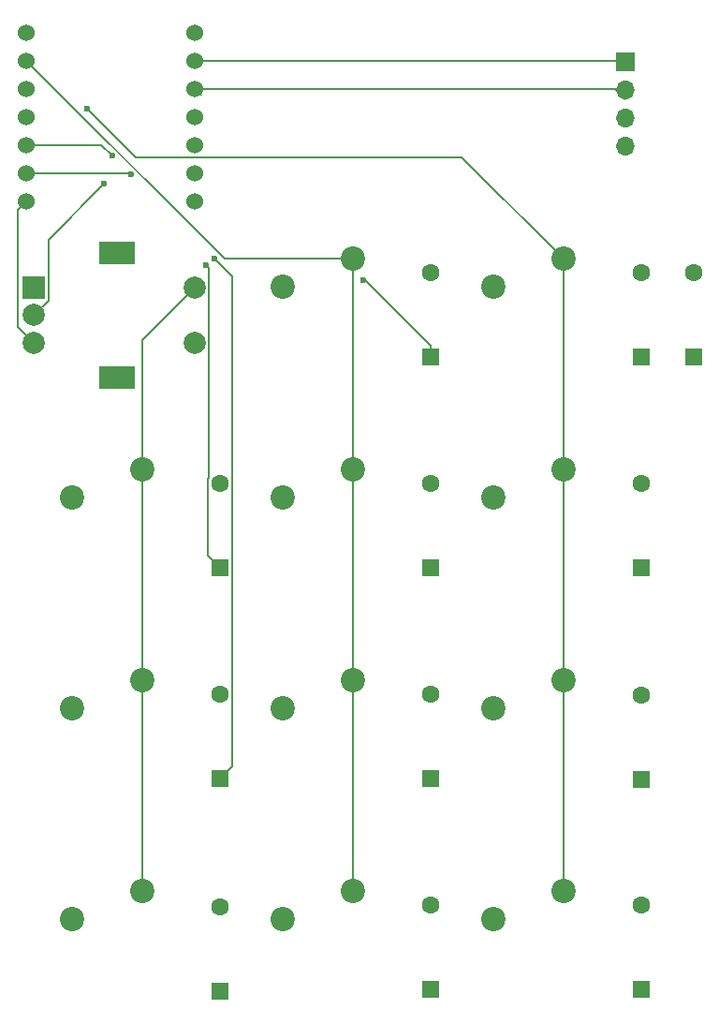
<source format=gbr>
%TF.GenerationSoftware,KiCad,Pcbnew,9.0.2*%
%TF.CreationDate,2025-06-30T11:38:54+08:00*%
%TF.ProjectId,flamepad,666c616d-6570-4616-942e-6b696361645f,rev?*%
%TF.SameCoordinates,Original*%
%TF.FileFunction,Copper,L2,Bot*%
%TF.FilePolarity,Positive*%
%FSLAX46Y46*%
G04 Gerber Fmt 4.6, Leading zero omitted, Abs format (unit mm)*
G04 Created by KiCad (PCBNEW 9.0.2) date 2025-06-30 11:38:54*
%MOMM*%
%LPD*%
G01*
G04 APERTURE LIST*
G04 Aperture macros list*
%AMRoundRect*
0 Rectangle with rounded corners*
0 $1 Rounding radius*
0 $2 $3 $4 $5 $6 $7 $8 $9 X,Y pos of 4 corners*
0 Add a 4 corners polygon primitive as box body*
4,1,4,$2,$3,$4,$5,$6,$7,$8,$9,$2,$3,0*
0 Add four circle primitives for the rounded corners*
1,1,$1+$1,$2,$3*
1,1,$1+$1,$4,$5*
1,1,$1+$1,$6,$7*
1,1,$1+$1,$8,$9*
0 Add four rect primitives between the rounded corners*
20,1,$1+$1,$2,$3,$4,$5,0*
20,1,$1+$1,$4,$5,$6,$7,0*
20,1,$1+$1,$6,$7,$8,$9,0*
20,1,$1+$1,$8,$9,$2,$3,0*%
G04 Aperture macros list end*
%TA.AperFunction,ComponentPad*%
%ADD10R,2.000000X2.000000*%
%TD*%
%TA.AperFunction,ComponentPad*%
%ADD11C,2.000000*%
%TD*%
%TA.AperFunction,ComponentPad*%
%ADD12R,3.200000X2.000000*%
%TD*%
%TA.AperFunction,ComponentPad*%
%ADD13C,2.200000*%
%TD*%
%TA.AperFunction,ComponentPad*%
%ADD14R,1.700000X1.700000*%
%TD*%
%TA.AperFunction,ComponentPad*%
%ADD15O,1.700000X1.700000*%
%TD*%
%TA.AperFunction,ComponentPad*%
%ADD16C,1.524000*%
%TD*%
%TA.AperFunction,ComponentPad*%
%ADD17RoundRect,0.250000X0.550000X-0.550000X0.550000X0.550000X-0.550000X0.550000X-0.550000X-0.550000X0*%
%TD*%
%TA.AperFunction,ComponentPad*%
%ADD18C,1.600000*%
%TD*%
%TA.AperFunction,ViaPad*%
%ADD19C,0.600000*%
%TD*%
%TA.AperFunction,Conductor*%
%ADD20C,0.200000*%
%TD*%
G04 APERTURE END LIST*
D10*
%TO.P,SW1,A,A*%
%TO.N,SW1 A*%
X109050000Y-79000000D03*
D11*
%TO.P,SW1,B,B*%
%TO.N,SW1 B*%
X109050000Y-84000000D03*
%TO.P,SW1,C,C*%
%TO.N,GND*%
X109050000Y-81500000D03*
D12*
%TO.P,SW1,MP*%
%TO.N,N/C*%
X116550000Y-75900000D03*
X116550000Y-87100000D03*
D11*
%TO.P,SW1,S1,S1*%
%TO.N,Net-(D1-A)*%
X123550000Y-84000000D03*
%TO.P,SW1,S2,S2*%
%TO.N,Col 0*%
X123550000Y-79000000D03*
%TD*%
D13*
%TO.P,SW10,1,1*%
%TO.N,Col 0*%
X118840000Y-133570000D03*
%TO.P,SW10,2,2*%
%TO.N,Net-(D10-A)*%
X112490000Y-136110000D03*
%TD*%
%TO.P,SW12,1,1*%
%TO.N,Col 2*%
X156940000Y-133570000D03*
%TO.P,SW12,2,2*%
%TO.N,Net-(D12-A)*%
X150590000Y-136110000D03*
%TD*%
D14*
%TO.P,J1,1,Pin_1*%
%TO.N,GND*%
X162500000Y-58620000D03*
D15*
%TO.P,J1,2,Pin_2*%
%TO.N,+3.3V*%
X162500000Y-61160000D03*
%TO.P,J1,3,Pin_3*%
%TO.N,SCL*%
X162500000Y-63700000D03*
%TO.P,J1,4,Pin_4*%
%TO.N,SDA*%
X162500000Y-66240000D03*
%TD*%
D13*
%TO.P,SW5,1,1*%
%TO.N,Col 1*%
X137890000Y-95470000D03*
%TO.P,SW5,2,2*%
%TO.N,Net-(D5-A)*%
X131540000Y-98010000D03*
%TD*%
%TO.P,SW3,1,1*%
%TO.N,Col 2*%
X156940000Y-76420000D03*
%TO.P,SW3,2,2*%
%TO.N,Net-(D3-A)*%
X150590000Y-78960000D03*
%TD*%
%TO.P,SW7,1,1*%
%TO.N,Col 0*%
X118840000Y-114520000D03*
%TO.P,SW7,2,2*%
%TO.N,Net-(D7-A)*%
X112490000Y-117060000D03*
%TD*%
%TO.P,SW11,1,1*%
%TO.N,Col 1*%
X137890000Y-133570000D03*
%TO.P,SW11,2,2*%
%TO.N,Net-(D11-A)*%
X131540000Y-136110000D03*
%TD*%
%TO.P,SW2,1,1*%
%TO.N,Col 1*%
X137890000Y-76420000D03*
%TO.P,SW2,2,2*%
%TO.N,Net-(D2-A)*%
X131540000Y-78960000D03*
%TD*%
%TO.P,SW9,1,1*%
%TO.N,Col 2*%
X156940000Y-114520000D03*
%TO.P,SW9,2,2*%
%TO.N,Net-(D9-A)*%
X150590000Y-117060000D03*
%TD*%
%TO.P,SW4,1,1*%
%TO.N,Col 0*%
X118840000Y-95470000D03*
%TO.P,SW4,2,2*%
%TO.N,Net-(D4-A)*%
X112490000Y-98010000D03*
%TD*%
D16*
%TO.P,U1,1,GPIO26/ADC0/A0*%
%TO.N,Col 0*%
X108380000Y-55980000D03*
%TO.P,U1,2,GPIO27/ADC1/A1*%
%TO.N,Col 1*%
X108380000Y-58520000D03*
%TO.P,U1,3,GPIO28/ADC2/A2*%
%TO.N,Col 2*%
X108380000Y-61060000D03*
%TO.P,U1,4,GPIO29/ADC3/A3*%
%TO.N,Row 3*%
X108380000Y-63600000D03*
%TO.P,U1,5,GPIO6/SDA*%
%TO.N,SDA*%
X108380000Y-66140000D03*
%TO.P,U1,6,GPIO7/SCL*%
%TO.N,SCL*%
X108380000Y-68680000D03*
%TO.P,U1,7,GPIO0/TX*%
%TO.N,SW1 B*%
X108380000Y-71220000D03*
%TO.P,U1,8,GPIO1/RX*%
%TO.N,Row 2*%
X123620000Y-71220000D03*
%TO.P,U1,9,GPIO2/SCK*%
%TO.N,Row 1*%
X123620000Y-68680000D03*
%TO.P,U1,10,GPIO4/MISO*%
%TO.N,Col 0*%
X123620000Y-66140000D03*
%TO.P,U1,11,GPIO3/MOSI*%
%TO.N,SW1 A*%
X123620000Y-63600000D03*
%TO.P,U1,12,3V3*%
%TO.N,+3.3V*%
X123620000Y-61060000D03*
%TO.P,U1,13,GND*%
%TO.N,GND*%
X123620000Y-58520000D03*
%TO.P,U1,14,VBUS*%
%TO.N,+5V*%
X123620000Y-55980000D03*
%TD*%
D13*
%TO.P,SW6,1,1*%
%TO.N,Col 2*%
X156940000Y-95470000D03*
%TO.P,SW6,2,2*%
%TO.N,Net-(D6-A)*%
X150590000Y-98010000D03*
%TD*%
%TO.P,SW8,1,1*%
%TO.N,Col 1*%
X137890000Y-114520000D03*
%TO.P,SW8,2,2*%
%TO.N,Net-(D8-A)*%
X131540000Y-117060000D03*
%TD*%
D17*
%TO.P,D1,1,K*%
%TO.N,Col 0*%
X168687500Y-85310000D03*
D18*
%TO.P,D1,2,A*%
%TO.N,Net-(D1-A)*%
X168687500Y-77690000D03*
%TD*%
D17*
%TO.P,D6,1,K*%
%TO.N,Row 1*%
X163925000Y-104360000D03*
D18*
%TO.P,D6,2,A*%
%TO.N,Net-(D6-A)*%
X163925000Y-96740000D03*
%TD*%
D17*
%TO.P,D11,1,K*%
%TO.N,Row 3*%
X144875000Y-142460000D03*
D18*
%TO.P,D11,2,A*%
%TO.N,Net-(D11-A)*%
X144875000Y-134840000D03*
%TD*%
D17*
%TO.P,D4,1,K*%
%TO.N,Row 1*%
X125825000Y-104360000D03*
D18*
%TO.P,D4,2,A*%
%TO.N,Net-(D4-A)*%
X125825000Y-96740000D03*
%TD*%
D17*
%TO.P,D12,1,K*%
%TO.N,Row 3*%
X163925000Y-142460000D03*
D18*
%TO.P,D12,2,A*%
%TO.N,Net-(D12-A)*%
X163925000Y-134840000D03*
%TD*%
D17*
%TO.P,D5,1,K*%
%TO.N,Row 1*%
X144875000Y-104360000D03*
D18*
%TO.P,D5,2,A*%
%TO.N,Net-(D5-A)*%
X144875000Y-96740000D03*
%TD*%
D17*
%TO.P,D3,1,K*%
%TO.N,Col 0*%
X163925000Y-85310000D03*
D18*
%TO.P,D3,2,A*%
%TO.N,Net-(D3-A)*%
X163925000Y-77690000D03*
%TD*%
D17*
%TO.P,D2,1,K*%
%TO.N,Col 0*%
X144875000Y-85310000D03*
D18*
%TO.P,D2,2,A*%
%TO.N,Net-(D2-A)*%
X144875000Y-77690000D03*
%TD*%
D17*
%TO.P,D10,1,K*%
%TO.N,Row 3*%
X125825000Y-142547500D03*
D18*
%TO.P,D10,2,A*%
%TO.N,Net-(D10-A)*%
X125825000Y-134927500D03*
%TD*%
D17*
%TO.P,D9,1,K*%
%TO.N,Row 2*%
X163925000Y-123447500D03*
D18*
%TO.P,D9,2,A*%
%TO.N,Net-(D9-A)*%
X163925000Y-115827500D03*
%TD*%
D17*
%TO.P,D7,1,K*%
%TO.N,Row 2*%
X125825000Y-123410000D03*
D18*
%TO.P,D7,2,A*%
%TO.N,Net-(D7-A)*%
X125825000Y-115790000D03*
%TD*%
D17*
%TO.P,D8,1,K*%
%TO.N,Row 2*%
X144875000Y-123410000D03*
D18*
%TO.P,D8,2,A*%
%TO.N,Net-(D8-A)*%
X144875000Y-115790000D03*
%TD*%
D19*
%TO.N,GND*%
X115400000Y-69600000D03*
%TO.N,Row 1*%
X124600000Y-77000000D03*
%TO.N,Row 2*%
X125356317Y-76401713D03*
%TO.N,Col 0*%
X138800000Y-78360000D03*
%TO.N,SCL*%
X117800000Y-68800000D03*
%TO.N,SDA*%
X116100000Y-67100000D03*
%TO.N,Col 2*%
X113880000Y-62800000D03*
%TD*%
D20*
%TO.N,+3.3V*%
X123620000Y-61060000D02*
X162400000Y-61060000D01*
X162400000Y-61060000D02*
X162500000Y-61160000D01*
X123620000Y-61060000D02*
X124160000Y-61600000D01*
X161600000Y-61060000D02*
X162500000Y-61960000D01*
%TO.N,GND*%
X110351000Y-74649000D02*
X110351000Y-80199000D01*
X110351000Y-80199000D02*
X109050000Y-81500000D01*
X162400000Y-58520000D02*
X162500000Y-58620000D01*
X123620000Y-58520000D02*
X162400000Y-58520000D01*
X123805000Y-58705000D02*
X123620000Y-58520000D01*
X115400000Y-69600000D02*
X110351000Y-74649000D01*
%TO.N,Row 1*%
X124851000Y-77251000D02*
X124851000Y-96156950D01*
X124724000Y-103259000D02*
X125825000Y-104360000D01*
X124724000Y-96283950D02*
X124724000Y-103259000D01*
X124851000Y-96156950D02*
X124724000Y-96283950D01*
X124600000Y-77000000D02*
X124851000Y-77251000D01*
%TO.N,Row 2*%
X126926000Y-122309000D02*
X125825000Y-123410000D01*
X126926000Y-77971396D02*
X126926000Y-122309000D01*
X125356317Y-76401713D02*
X126926000Y-77971396D01*
%TO.N,Col 0*%
X118840000Y-95470000D02*
X118840000Y-133570000D01*
X144875000Y-85310000D02*
X144875000Y-84235000D01*
X144875000Y-84235000D02*
X139000000Y-78360000D01*
X118840000Y-83710000D02*
X118840000Y-95470000D01*
X139000000Y-78360000D02*
X138800000Y-78360000D01*
X123550000Y-79000000D02*
X118840000Y-83710000D01*
%TO.N,SCL*%
X108380000Y-68680000D02*
X117680000Y-68680000D01*
X117680000Y-68680000D02*
X117800000Y-68800000D01*
%TO.N,SDA*%
X108380000Y-66140000D02*
X115140000Y-66140000D01*
X115140000Y-66140000D02*
X116100000Y-67100000D01*
%TO.N,Col 2*%
X147723000Y-67203000D02*
X156940000Y-76420000D01*
X113880000Y-62800000D02*
X118283000Y-67203000D01*
X147703000Y-67203000D02*
X147700000Y-67200000D01*
X147697000Y-67203000D02*
X118283000Y-67203000D01*
X147700000Y-67200000D02*
X147697000Y-67203000D01*
X147723000Y-67203000D02*
X147703000Y-67203000D01*
X156940000Y-76420000D02*
X156940000Y-133570000D01*
%TO.N,SW1 B*%
X107618001Y-82568001D02*
X109050000Y-84000000D01*
X108380000Y-71220000D02*
X107618001Y-71981999D01*
X107618001Y-71981999D02*
X107618001Y-82568001D01*
%TO.N,Col 1*%
X126280000Y-76420000D02*
X108380000Y-58520000D01*
X137890000Y-95470000D02*
X137890000Y-133570000D01*
X137890000Y-76420000D02*
X137890000Y-95470000D01*
X137890000Y-76420000D02*
X126280000Y-76420000D01*
%TD*%
M02*

</source>
